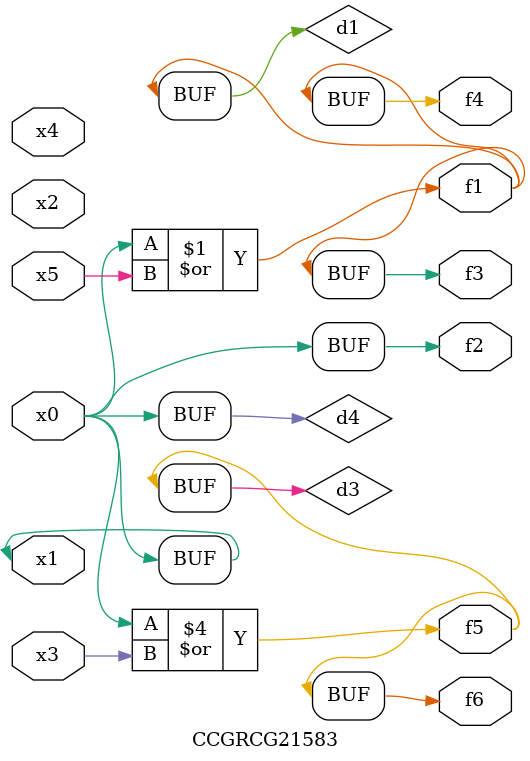
<source format=v>
module CCGRCG21583(
	input x0, x1, x2, x3, x4, x5,
	output f1, f2, f3, f4, f5, f6
);

	wire d1, d2, d3, d4;

	or (d1, x0, x5);
	xnor (d2, x1, x4);
	or (d3, x0, x3);
	buf (d4, x0, x1);
	assign f1 = d1;
	assign f2 = d4;
	assign f3 = d1;
	assign f4 = d1;
	assign f5 = d3;
	assign f6 = d3;
endmodule

</source>
